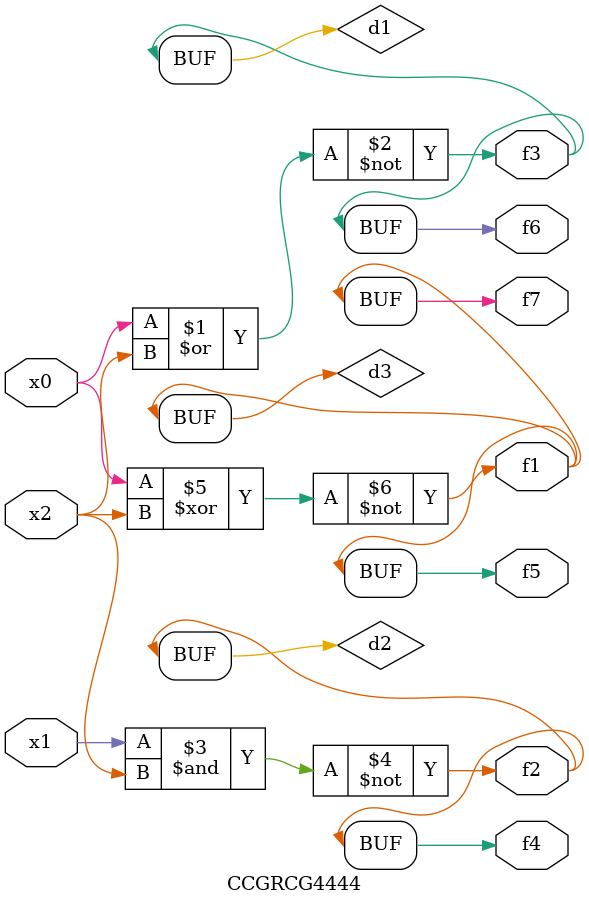
<source format=v>
module CCGRCG4444(
	input x0, x1, x2,
	output f1, f2, f3, f4, f5, f6, f7
);

	wire d1, d2, d3;

	nor (d1, x0, x2);
	nand (d2, x1, x2);
	xnor (d3, x0, x2);
	assign f1 = d3;
	assign f2 = d2;
	assign f3 = d1;
	assign f4 = d2;
	assign f5 = d3;
	assign f6 = d1;
	assign f7 = d3;
endmodule

</source>
